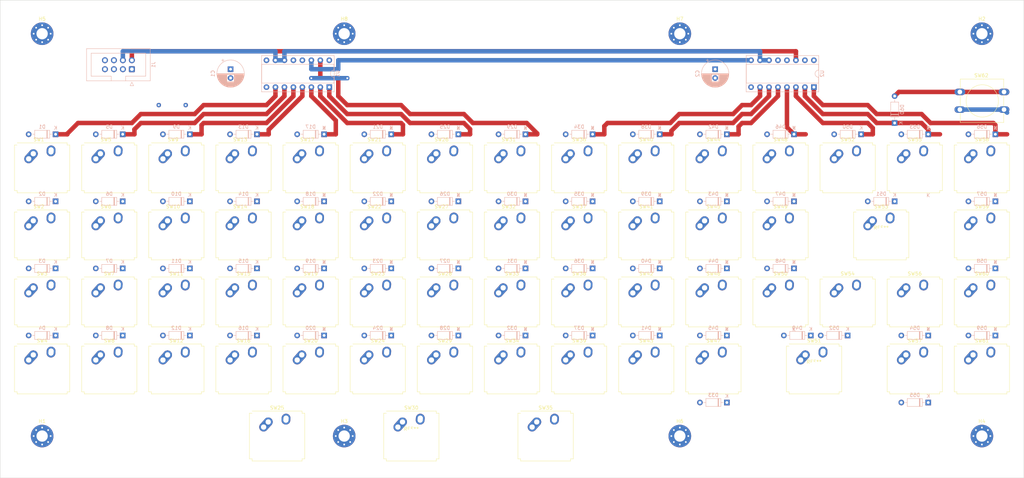
<source format=kicad_pcb>
(kicad_pcb (version 20211014) (generator pcbnew)
  (layers (0 "F.Cu" signal) (31 "B.Cu" signal) (34 "B.Paste" user) (35 "F.Paste" user) (36 "B.SilkS" user "B.Silkscreen") (37 "F.SilkS" user "F.Silkscreen") (38 "B.Mask" user) (39 "F.Mask" user) (44 "Edge.Cuts" user))
  (net 0 "")
  (net 1 "Net-(D1-Pad1)")
  (net 2 "Net-(D1-Pad2)")
  (net 3 "Net-(D2-Pad2)")
  (net 4 "Net-(D3-Pad2)")
  (net 5 "Net-(D4-Pad2)")
  (net 6 "Net-(D5-Pad1)")
  (net 7 "Net-(D5-Pad2)")
  (net 8 "Net-(D6-Pad2)")
  (net 9 "Net-(D7-Pad2)")
  (net 10 "Net-(D8-Pad2)")
  (net 11 "Net-(D10-Pad1)")
  (net 12 "Net-(D9-Pad2)")
  (net 13 "Net-(D10-Pad2)")
  (net 14 "Net-(D11-Pad2)")
  (net 15 "Net-(D12-Pad2)")
  (net 16 "Net-(D13-Pad1)")
  (net 17 "Net-(D13-Pad2)")
  (net 18 "Net-(D14-Pad2)")
  (net 19 "Net-(D15-Pad2)")
  (net 20 "Net-(D16-Pad2)")
  (net 21 "Net-(D17-Pad2)")
  (net 22 "Net-(D18-Pad2)")
  (net 23 "Net-(D19-Pad2)")
  (net 24 "Net-(D20-Pad2)")
  (net 25 "Net-(D21-Pad2)")
  (net 26 "Net-(D22-Pad2)")
  (net 27 "Net-(D23-Pad2)")
  (net 28 "Net-(D24-Pad2)")
  (net 29 "Net-(D25-Pad2)")
  (net 30 "Net-(D26-Pad2)")
  (net 31 "Net-(D27-Pad2)")
  (net 32 "Net-(D28-Pad2)")
  (net 33 "Net-(D29-Pad2)")
  (net 34 "Net-(D30-Pad2)")
  (net 35 "Net-(D31-Pad2)")
  (net 36 "Net-(D32-Pad2)")
  (net 37 "Net-(D33-Pad2)")
  (net 38 "Net-(D34-Pad2)")
  (net 39 "Net-(D35-Pad2)")
  (net 40 "Net-(D36-Pad2)")
  (net 41 "Net-(D37-Pad2)")
  (net 42 "Net-(D38-Pad2)")
  (net 43 "Net-(D39-Pad2)")
  (net 44 "Net-(D40-Pad2)")
  (net 45 "Net-(D41-Pad2)")
  (net 46 "Net-(D42-Pad2)")
  (net 47 "Net-(D43-Pad2)")
  (net 48 "Net-(D44-Pad2)")
  (net 49 "Net-(D45-Pad2)")
  (net 50 "Net-(D46-Pad2)")
  (net 51 "Net-(D47-Pad2)")
  (net 52 "Net-(D48-Pad2)")
  (net 53 "Net-(D49-Pad2)")
  (net 54 "Net-(D50-Pad2)")
  (net 55 "Net-(D51-Pad2)")
  (net 56 "Net-(D52-Pad2)")
  (net 57 "Net-(D53-Pad2)")
  (net 58 "Net-(D54-Pad2)")
  (net 59 "Net-(D55-Pad2)")
  (net 60 "Net-(D56-Pad2)")
  (net 61 "Net-(D58-Pad2)")
  (net 62 "Net-(D59-Pad2)")
  (net 63 "R0")
  (net 64 "R1")
  (net 65 "R2")
  (net 66 "R3")
  (net 67 "GND")
  (net 68 "+3V3")
  (net 69 "Net-(D21-Pad1)")
  (net 70 "Net-(D25-Pad1)")
  (net 71 "Net-(D29-Pad1)")
  (net 72 "Net-(D34-Pad1)")
  (net 73 "Net-(D38-Pad1)")
  (net 74 "Net-(D60-Pad2)")
  (net 75 "Net-(D33-Pad1)")
  (net 76 "Net-(D42-Pad1)")
  (net 77 "Net-(D46-Pad1)")
  (net 78 "Net-(D53-Pad1)")
  (net 79 "Net-(D56-Pad1)")
  (net 80 "Net-(D57-Pad2)")
  (net 81 "Net-(D17-Pad1)")
  (net 82 "Net-(J1-Pad2)")
  (net 85 "Net-(U1-Pad14)")
  (net 86 "Net-(J1-Pad4)")
  (footprint "MountingHole:MountingHole_3.2mm_M3_Pad_Via" (layer "F.Cu") (at 231.175 38.2)
    (fp_text reference "H7")
    (fp_text value "MountingHole_Pad")
  )
  (footprint "Keys:SW_Hybrid_Cherry_MX_Alps_1.00u" (layer "F.Cu") (at 88.675 95.2)
    (fp_text reference "SW10")
    (fp_text value "W")
  )
  (footprint "Keys:SW_Hybrid_Cherry_MX_Alps_1.00u" (layer "F.Cu") (at 316.675 114.2)
    (fp_text reference "SW60")
    (fp_text value "Break")
  )
  (footprint "Keys:SW_Hybrid_Cherry_MX_Alps_1.00u" (layer "F.Cu") (at 316.675 95.2)
    (fp_text reference "SW59")
    (fp_text value "Here Is")
  )
  (footprint "Button_Switch_THT:SW_PUSH-12mm" (layer "F.Cu") (at 310.435 54.7)
    (fp_text reference "SW62")
    (fp_text value "Special")
  )
  (footprint "Keys:SW_Hybrid_Cherry_MX_Alps_1.00u" (layer "F.Cu") (at 297.675 76.2)
    (fp_text reference "SW55")
    (fp_text value "]")
  )
  (footprint "Keys:SW_Hybrid_Cherry_MX_Alps_1.00u" (layer "F.Cu") (at 297.675 133.2)
    (fp_text reference "SW57")
    (fp_text value "Repeat")
  )
  (footprint "Keys:SW_Hybrid_Cherry_MX_Alps_1.00u" (layer "F.Cu") (at 126.675 133.2)
    (fp_text reference "SW20")
    (fp_text value "V")
  )
  (footprint "Keys:SW_Hybrid_Cherry_MX_Alps_1.00u" (layer "F.Cu") (at 316.675 76.2)
    (fp_text reference "SW58")
    (fp_text value "^ ~ Home")
  )
  (footprint "Keys:SW_Hybrid_Cherry_MX_Alps_1.00u" (layer "F.Cu") (at 259.675 114.2)
    (fp_text reference "SW50")
    (fp_text value "@")
  )
  (footprint "Keys:SW_Hybrid_Cherry_MX_Alps_1.00u" (layer "F.Cu") (at 107.675 114.2)
    (fp_text reference "SW15")
    (fp_text value "D")
  )
  (footprint "Keys:SW_Hybrid_Cherry_MX_Alps_1.00u" (layer "F.Cu") (at 183.675 76.2)
    (fp_text reference "SW31")
    (fp_text value "8")
  )
  (footprint "Keys:SW_Hybrid_Cherry_MX_Alps_1.00u" (layer "F.Cu") (at 259.675 76.2)
    (fp_text reference "SW48")
    (fp_text value "- =")
  )
  (footprint "Keys:SW_Hybrid_Cherry_MX_Alps_1.00u" (layer "F.Cu") (at 69.675 95.2)
    (fp_text reference "SW6")
    (fp_text value "Q")
  )
  (footprint "Keys:SW_Hybrid_Cherry_MX_Alps_1.00u" (layer "F.Cu") (at 126.675 114.2)
    (fp_text reference "SW19")
    (fp_text value "F")
  )
  (footprint "Keys:SW_Hybrid_Cherry_MX_Alps_1.00u" (layer "F.Cu") (at 145.675 95.2)
    (fp_text reference "SW22")
    (fp_text value "T")
  )
  (footprint "MountingHole:MountingHole_3.2mm_M3_Pad_Via" (layer "F.Cu") (at 231.175 152.2)
    (fp_text reference "H6")
    (fp_text value "MountingHole_Pad")
  )
  (footprint "Keys:SW_Hybrid_Cherry_MX_Alps_1.00u" (layer "F.Cu") (at 221.675 95.2)
    (fp_text reference "SW41")
    (fp_text value "O")
  )
  (footprint "KeysStable:Stabilizer_Cherry_MX_2.00u" (layer "F.Cu") (at 288.175 95.2)
    (fp_text reference "REF**")
    (fp_text value "Stabilizer_Cherry_MX_2.00u")
  )
  (footprint "Keys:SW_Hybrid_Cherry_MX_Alps_1.00u" (layer "F.Cu") (at 221.675 114.2)
    (fp_text reference "SW42")
    (fp_text value "L")
  )
  (footprint "Keys:SW_Hybrid_Cherry_MX_Alps_1.00u" (layer "F.Cu") (at 297.675 114.2)
    (fp_text reference "SW56")
    (fp_text value "_ Rub")
  )
  (footprint "Keys:SW_Hybrid_Cherry_MX_Alps_1.00u" (layer "F.Cu") (at 126.675 76.2)
    (fp_text reference "SW17")
    (fp_text value "5")
  )
  (footprint "Keys:SW_Hybrid_Cherry_MX_Alps_1.00u" (layer "F.Cu") (at 240.675 114.2)
    (fp_text reference "SW46")
    (fp_text value ";")
  )
  (footprint "Keys:SW_Hybrid_Cherry_MX_Alps_1.00u" (layer "F.Cu") (at 88.675 76.2)
    (fp_text reference "SW9")
    (fp_text value "3")
  )
  (footprint "Keys:SW_Hybrid_Cherry_MX_Alps_1.00u" (layer "F.Cu") (at 278.675 76.2)
    (fp_text reference "SW52")
    (fp_text value "[")
  )
  (footprint "Keys:SW_Hybrid_Cherry_MX_Alps_1.00u" (layer "F.Cu") (at 88.675 114.2)
    (fp_text reference "SW11")
    (fp_text value "S")
  )
  (footprint "MountingHole:MountingHole_3.2mm_M3_Pad_Via" (layer "F.Cu") (at 50.675 38.2)
    (fp_text reference "H5")
    (fp_text value "MountingHole_Pad")
  )
  (footprint "Keys:SW_Hybrid_Cherry_MX_Alps_1.00u" (layer "F.Cu") (at 202.675 114.2)
    (fp_text reference "SW38")
    (fp_text value "K")
  )
  (footprint "Keys:SW_Hybrid_Cherry_MX_Alps_1.00u" (layer "F.Cu") (at 164.675 76.2)
    (fp_text reference "SW26")
    (fp_text value "7")
  )
  (footprint "Keys:SW_Hybrid_Cherry_MX_Alps_1.00u" (layer "F.Cu") (at 145.675 133.2)
    (fp_text reference "SW24")
    (fp_text value "B")
  )
  (footprint "Keys:SW_Hybrid_Cherry_MX_Alps_2.00u" (layer "F.Cu") (at 155.175 152.2)
    (fp_text reference "SW30")
    (fp_text value "Space")
  )
  (footprint "Keys:SW_Hybrid_Cherry_MX_Alps_1.00u" (layer "F.Cu") (at 259.675 95.2)
    (fp_text reference "SW49")
    (fp_text value "LineFeed")
  )
  (footprint "Keys:SW_Hybrid_Cherry_MX_Alps_1.00u" (layer "F.Cu") (at 88.675 133.2)
    (fp_text reference "SW12")
    (fp_text value "X")
  )
  (footprint "Keys:SW_Hybrid_Cherry_MX_Alps_1.00u" (layer "F.Cu") (at 107.675 95.2)
    (fp_text reference "SW14")
    (fp_text value "E")
  )
  (footprint "MountingHole:MountingHole_3.2mm_M3_Pad_Via" (layer "F.Cu") (at 316.675 152.2)
    (fp_text reference "H4")
    (fp_text value "MountingHole_Pad")
  )
  (footprint "Keys:SW_Hybrid_Cherry_MX_Alps_1.00u" (layer "F.Cu") (at 202.675 133.2)
    (fp_text reference "SW39")
    (fp_text value ",")
  )
  (footprint "MountingHole:MountingHole_3.2mm_M3_Pad_Via" (layer "F.Cu") (at 136.175 152.2)
    (fp_text reference "H3")
    (fp_text value "MountingHole_Pad")
  )
  (footprint "Keys:SW_Hybrid_Cherry_MX_Alps_1.00u" (layer "F.Cu") (at 50.675 76.2)
    (fp_text reference "SW1")
    (fp_text value "1")
  )
  (footprint "MountingHole:MountingHole_3.2mm_M3_Pad_Via" (layer "F.Cu") (at 316.675 38.2)
    (fp_text reference "H2")
    (fp_text value "MountingHole_Pad")
  )
  (footprint "Keys:SW_Hybrid_Cherry_MX_Alps_2.00u" (layer "F.Cu") (at 269.175 133.2)
    (fp_text reference "SW51")
    (fp_text value "ShiftR")
  )
  (footprint "Keys:SW_Hybrid_Cherry_MX_Alps_1.00u" (layer "F.Cu") (at 126.675 95.2)
    (fp_text reference "SW18")
    (fp_text value "R")
  )
  (footprint "Keys:SW_Hybrid_Cherry_MX_Alps_1.00u" (layer "F.Cu") (at 69.675 133.2)
    (fp_text reference "SW8")
    (fp_text value "Z")
  )
  (footprint "Keys:SW_Hybrid_Cherry_MX_Alps_1.00u" (layer "F.Cu") (at 316.675 133.2)
    (fp_text reference "SW61")
    (fp_text value "Clear")
  )
  (footprint "Keys:SW_Hybrid_Cherry_MX_Alps_1.00u" (layer "F.Cu") (at 221.675 133.2)
    (fp_text reference "SW43")
    (fp_text value ".")
  )
  (footprint "KeysStable:Stabilizer_Cherry_MX_2.00u" (layer "F.Cu") (at 269.175 133.2)
    (fp_text reference "REF**")
    (fp_text value "Stabilizer_Cherry_MX_2.00u")
  )
  (footprint "Keys:SW_Hybrid_Cherry_MX_Alps_1.00u" (layer "F.Cu") (at 202.675 95.2)
    (fp_text reference "SW37")
    (fp_text value "I")
  )
  (footprint "Keys:SW_Hybrid_Cherry_MX_Alps_1.00u" (layer "F.Cu") (at 50.675 133.2)
    (fp_text reference "SW4")
    (fp_text value "ShiftL")
  )
  (footprint "Keys:SW_Hybrid_Cherry_MX_Alps_2.00u" (layer "F.Cu") (at 117.175 152.2)
    (fp_text reference "SW25")
    (fp_text value "Space")
  )
  (footprint "Keys:SW_Hybrid_Cherry_MX_Alps_1.00u" (layer "F.Cu") (at 240.675 133.2)
    (fp_text reference "SW47")
    (fp_text value "/")
  )
  (footprint "MountingHole:MountingHole_3.2mm_M3_Pad_Via" (layer "F.Cu") (at 136.175 38.2)
    (fp_text reference "H8")
    (fp_text value "MountingHole_Pad")
  )
  (footprint "Keys:SW_Hybrid_Cherry_MX_Alps_1.00u" (layer "F.Cu") (at 164.675 95.2)
    (fp_text reference "SW27")
    (fp_text value "Y")
  )
  (footprint "Keys:SW_Hybrid_Cherry_MX_Alps_1.00u" (layer "F.Cu") (at 69.675 76.2)
    (fp_text reference "SW5")
    (fp_text value "2")
  )
  (footprint "KeysStable:Stabilizer_Cherry_MX_6.25u" (layer "F.Cu") (at 155.175 152.2)
    (fp_text reference "REF**")
    (fp_text value "Stabilizer_Cherry_MX_6.25u")
  )
  (footprint "Keys:SW_Hybrid_Cherry_MX_Alps_1.00u" (layer "F.Cu") (at 183.675 95.2)
    (fp_text reference "SW32")
    (fp_text value "U")
  )
  (footprint "Keys:SW_Hybrid_Cherry_MX_Alps_1.00u" (layer "F.Cu") (at 50.675 114.2)
    (fp_text reference "SW3")
    (fp_text value "Ctrl")
  )
  (footprint "MountingHole:MountingHole_3.2mm_M3_Pad_Via" (layer "F.Cu") (at 50.675 152.2)
    (fp_text reference "H1")
    (fp_text value "MountingHole_Pad")
  )
  (footprint "Keys:SW_Hybrid_Cherry_MX_Alps_1.00u" (layer "F.Cu") (at 221.675 76.2)
    (fp_text reference "SW40")
    (fp_text value "0")
  )
  (footprint "Keys:SW_Hybrid_Cherry_MX_Alps_1.00u" (layer "F.Cu") (at 69.675 114.2)
    (fp_text reference "SW7")
    (fp_text value "A")
  )
  (footprint "Keys:SW_Hybrid_Cherry_MX_Alps_2.00u" (layer "F.Cu") (at 193.175 152.2)
    (fp_text reference "SW35")
    (fp_text value "Space")
  )
  (footprint "Keys:SW_Hybrid_Cherry_MX_Alps_1.00u" (layer "F.Cu") (at 145.675 114.2)
    (fp_text reference "SW23")
    (fp_text value "G")
  )
  (footprint "Keys:SW_Hybrid_Cherry_MX_Alps_1.00u" (layer "F.Cu") (at 240.675 76.2)
    (fp_text reference "SW44")
    (fp_text value ":")
  )
  (footprint "Keys:SW_Hybrid_Cherry_MX_Alps_1.00u" (layer "F.Cu") (at 50.675 95.2)
    (fp_text reference "SW2")
    (fp_text value "Esc")
  )
  (footprint "Keys:SW_Hybrid_Cherry_MX_Alps_1.00u" (layer "F.Cu") (at 202.675 76.2)
    (fp_text reference "SW36")
    (fp_text value "9")
  )
  (footprint "Keys:SW_Hybrid_Cherry_MX_Alps_1.00u" (layer "F.Cu") (at 145.675 76.2)
    (fp_text reference "SW21")
    (fp_text value "6")
  )
  (footprint "Keys:SW_Hybrid_Cherry_MX_Alps_1.00u" (layer "F.Cu") (at 164.675 133.2)
    (fp_text reference "SW29")
    (fp_text value "N")
  )
  (footprint "Keys:SW_Hybrid_Cherry_MX_Alps_1.00u" (layer "F.Cu") (at 107.675 133.2)
    (fp_text reference "SW16")
    (fp_text value "C")
  )
  (footprint "Keys:SW_Hybrid_Cherry_MX_Alps_2.00u" (layer "F.Cu") (at 288.175 95.2)
    (fp_text reference "SW53")
    (fp_text value "Enter")
  )
  (footprint "Keys:SW_Hybrid_Cherry_MX_Alps_1.00u" (layer "F.Cu") (at 183.675 114.2)
    (fp_text reference "SW33")
    (fp_text value "J")
  )
  (footprint "Keys:SW_Hybrid_Cherry_MX_Alps_1.00u" (layer "F.Cu") (at 240.675 95.2)
    (fp_text reference "SW45")
    (fp_text value "P")
  )
  (footprint "Keys:SW_Hybrid_Cherry_MX_Alps_1.00u" (layer "F.Cu") (at 278.675 114.2)
    (fp_text reference "SW54")
    (fp_text value "\\")
  )
  (footprint "Keys:SW_Hybrid_Cherry_MX_Alps_1.00u" (layer "F.Cu") (at 107.675 76.2)
    (fp_text reference "SW13")
    (fp_text value "4")
  )
  (footprint "Keys:SW_Hybrid_Cherry_MX_Alps_1.00u" (layer "F.Cu") (at 183.675 133.2)
    (fp_text reference "SW34")
    (fp_text value "M")
  )
  (footprint "Keys:SW_Hybrid_Cherry_MX_Alps_1.00u" (layer "F.Cu") (at 164.675 114.2)
    (fp_text reference "SW28")
    (fp_text value "H")
  )
  (footprint "Diode_THT:D_DO-35_SOD27_P7.62mm_Horizontal" (layer "B.Cu") (at 111.485 66.7 180)
    (fp_text reference "D13")
    (fp_text value "1N4148")
  )
  (footprint "Diode_THT:D_DO-35_SOD27_P7.62mm_Horizontal" (layer "B.Cu") (at 244.485 104.7 180)
    (fp_text reference "D44")
    (fp_text value "1N4148")
  )
  (footprint "Diode_THT:D_DO-35_SOD27_P7.62mm_Horizontal" (layer "B.Cu") (at 206.485 85.7 180)
    (fp_text reference "D35")
    (fp_text value "1N4148")
  )
  (footprint "Diode_THT:D_DO-35_SOD27_P7.62mm_Horizontal" (layer "B.Cu") (at 130.485 104.7 180)
    (fp_text reference "D19")
    (fp_text value "1N4148")
  )
  (footprint "Diode_THT:D_DO-35_SOD27_P7.62mm_Horizontal" (layer "B.Cu") (at 73.485 104.7 180)
    (fp_text reference "D7")
    (fp_text value "1N4148")
  )
  (footprint "Diode_THT:D_DO-35_SOD27_P7.62mm_Horizontal" (layer "B.Cu") (at 291.985 85.7 180)
    (fp_text reference "D51")
    (fp_text value "1N4148")
  )
  (footprint "Diode_THT:D_DO-35_SOD27_P7.62mm_Horizontal" (layer "B.Cu") (at 187.485 85.7 180)
    (fp_text reference "D30")
    (fp_text value "1N4148")
  )
  (footprint "Diode_THT:D_DO-35_SOD27_P7.62mm_Horizontal" (layer "B.Cu") (at 301.485 123.7 180)
    (fp_text reference "D54")
    (fp_text value "1N4148")
  )
  (footprint "Diode_THT:D_DO-35_SOD27_P7.62mm_Horizontal" (layer "B.Cu") (at 168.485 104.7 180)
    (fp_text reference "D27")
    (fp_text value "1N4148")
  )
  (footprint "Diode_THT:D_DO-35_SOD27_P7.62mm_Horizontal" (layer "B.Cu") (at 320.485 85.7 180)
    (fp_text reference "D57")
    (fp_text value "1N4148")
  )
  (footprint "Diode_THT:D_DO-35_SOD27_P7.62mm_Horizontal" (layer "B.Cu") (at 244.485 66.7 180)
    (fp_text reference "D42")
    (fp_text value "1N4148")
  )
  (footprint "Diode_THT:D_DO-35_SOD27_P7.62mm_Horizontal" (layer "B.Cu") (at 244.485 85.7 180)
    (fp_text reference "D43")
    (fp_text value "1N4148")
  )
  (footprint "Diode_THT:D_DO-35_SOD27_P7.62mm_Horizontal" (layer "B.Cu") (at 168.485 66.7 180)
    (fp_text reference "D25")
    (fp_text value "1N4148")
  )
  (footprint "Diode_THT:D_DO-35_SOD27_P7.62mm_Horizontal" (layer "B.Cu") (at 111.485 123.7 180)
    (fp_text reference "D16")
    (fp_text value "1N4148")
  )
  (footprint "Diode_THT:D_DO-35_SOD27_P7.62mm_Horizontal" (layer "B.Cu") (at 73.485 66.7 180)
    (fp_text reference "D5")
    (fp_text value "1N4148")
  )
  (footprint "Diode_THT:D_DO-35_SOD27_P7.62mm_Horizontal" (layer "B.Cu") (at 301.485 142.7 180)
    (fp_text reference "D55")
    (fp_text value "1N4148")
  )
  (footprint "Diode_THT:D_DO-35_SOD27_P7.62mm_Horizontal" (layer "B.Cu") (at 168.485 123.7 180)
    (fp_text reference "D28")
    (fp_text value "1N4148")
  )
  (footprint "Diode_THT:D_DO-35_SOD27_P7.62mm_Horizontal" (layer "B.Cu") (at 225.485 66.7 180)
    (fp_text reference "D38")
    (fp_text value "1N4148")
  )
  (footprint "Diode_THT:D_DO-35_SOD27_P7.62mm_Horizontal" (layer "B.Cu") (at 320.485 123.7 180)
    (fp_text reference "D59")
    (fp_text value "1N4148")
  )
  (footprint "Diode_THT:D_DO-35_SOD27_P7.62mm_Horizontal" (layer "B.Cu") (at 92.485 104.7 180)
    (fp_text reference "D11")
    (fp_text value "1N4148")
  )
  (footprint "Diode_THT:D_DO-35_SOD27_P7.62mm_Horizontal" (layer "B.Cu") (at 291.975 63.5 90)
    (fp_text reference "D60")
    (fp_text value "1N4148")
  )
  (footprint "Capacitor_THT:CP_Radial_D7.5mm_P2.50mm" (layer "B.Cu") (at 104.015 48.26 -90)
    (fp_text reference "C1")
    (fp_text value "C_Polarized")
  )
  (footprint "Diode_THT:D_DO-35_SOD27_P7.62mm_Horizontal" (layer "B.Cu") (at 168.485 85.7 180)
    (fp_text reference "D26")
    (fp_text value "1N4148")
  )
  (footprint "Diode_THT:D_DO-35_SOD27_P7.62mm_Horizontal" (layer "B.Cu") (at 149.485 104.7 180)
    (fp_text reference "D23")
    (fp_text value "1N4148")
  )
  (footprint "Diode_THT:D_DO-35_SOD27_P7.62mm_Horizontal" (layer "B.Cu") (at 187.485 104.7 180)
    (fp_text reference "D31")
    (fp_text value "1N4148")
  )
  (footprint "Diode_THT:D_DO-35_SOD27_P7.62mm_Horizontal" (layer "B.Cu") (at 111.485 104.7 180)
    (fp_text reference "D15")
    (fp_text value "1N4148")
  )
  (footprint "Diode_THT:D_DO-35_SOD27_P7.62mm_Horizontal" (layer "B.Cu") (at 130.485 66.7 180)
    (fp_text reference "D17")
    (fp_text value "1N4148")
  )
  (footprint "Diode_THT:D_DO-35_SOD27_P7.62mm_Horizontal" (layer "B.Cu") (at 54.485 123.7 180)
    (fp_text reference "D4")
    (fp_text value "1N4148")
  )
  (footprint "Diode_THT:D_DO-35_SOD27_P7.62mm_Horizontal" (layer "B.Cu") (at 263.485 104.7 180)
    (fp_text reference "D48")
    (fp_text value "1N4148")
  )
  (footprint "Diode_THT:D_DO-35_SOD27_P7.62mm_Horizontal" (layer "B.Cu") (at 187.485 66.7 180)
    (fp_text reference "D29")
    (fp_text value "1N4148")
  )
  (footprint "Diode_THT:D_DO-35_SOD27_P7.62mm_Horizontal" (layer "B.Cu") (at 320.485 104.7 180)
    (fp_text reference "D58")
    (fp_text value "1N4148")
  )
  (footprint "Diode_THT:D_DO-35_SOD27_P7.62mm_Horizontal" (layer "B.Cu") (at 282.485 66.7 180)
    (fp_text reference "D50")
    (fp_text value "1N4148")
  )
  (footprint "Diode_THT:D_DO-35_SOD27_P7.62mm_Horizontal" (layer "B.Cu") (at 73.485 85.7 180)
    (fp_text reference "D6")
    (fp_text value "1N4148")
  )
  (footprint "Diode_THT:D_DO-35_SOD27_P7.62mm_Horizontal" (layer "B.Cu") (at 54.485 85.7 180)
    (fp_text reference "D2")
    (fp_text value "1N4148")
  )
  (footprint "Diode_THT:D_DO-35_SOD27_P7.62mm_Horizontal" (layer "B.Cu") (at 149.485 66.7 180)
    (fp_text reference "D21")
    (fp_text value "1N4148")
  )
  (footprint "Diode_THT:D_DO-35_SOD27_P7.62mm_Horizontal" (layer "B.Cu") (at 149.485 85.7 180)
    (fp_text reference "D22")
    (fp_text value "1N4148")
  )
  (footprint "Diode_THT:D_DO-35_SOD27_P7.62mm_Horizontal" (layer "B.Cu") (at 130.485 123.7 180)
    (fp_text reference "D20")
    (fp_text value "1N4148")
  )
  (footprint "Diode_THT:D_DO-35_SOD27_P7.62mm_Horizontal" (layer "B.Cu") (at 206.485 104.7 180)
    (fp_text reference "D36")
    (fp_text value "1N4148")
  )
  (footprint "Diode_THT:D_DO-35_SOD27_P7.62mm_Horizontal" (layer "B.Cu") (at 263.485 85.7 180)
    (fp_text reference "D47")
    (fp_text value "1N4148")
  )
  (footprint "Diode_THT:D_DO-35_SOD27_P7.62mm_Horizontal" (layer "B.Cu") (at 225.485 85.7 180)
    (fp_text reference "D39")
    (fp_text value "1N4148")
  )
  (footprint "Diode_THT:D_DO-35_SOD27_P7.62mm_Horizontal" (layer "B.Cu") (at 206.485 66.7 180)
    (fp_text reference "D34")
    (fp_text value "1N4148")
  )
  (footprint "Package_DIP:DIP-16_W7.62mm_Socket" (layer "B.Cu") (at 269.115 53.34 90)
    (fp_text reference "U2")
    (fp_text value "74LS595")
  )
  (footprint "Diode_THT:D_DO-35_SOD27_P7.62mm_Horizontal" (layer "B.Cu") (at 54.485 104.7 180)
    (fp_text reference "D3")
    (fp_text value "1N4148")
  )
  (footprint "Package_DIP:DIP-16_W7.62mm_Socket" (layer "B.Cu") (at 131.955 53.34 90)
    (fp_text reference "U1")
    (fp_text value "74LS595")
  )
  (footprint "Diode_THT:D_DO-35_SOD27_P7.62mm_Horizontal" (layer "B.Cu") (at 301.485 66.7 180)
    (fp_text reference "D53")
    (fp_text value "1N4148")
  )
  (footprint "Diode_THT:D_DO-35_SOD27_P7.62mm_Horizontal" (layer "B.Cu") (at 225.485 104.7 180)
    (fp_text reference "D40")
    (fp_text value "1N4148")
  )
  (footprint "Diode_THT:D_DO-35_SOD27_P7.62mm_Horizontal" (layer "B.Cu") (at 54.485 66.7 180)
    (fp_text reference "D1")
    (fp_text value "1N4148")
  )
  (footprint "Diode_THT:D_DO-35_SOD27_P7.62mm_Horizontal" (layer "B.Cu") (at 320.485 66.7 180)
    (fp_text reference "D56")
    (fp_text value "1N4148")
  )
  (footprint "Diode_THT:D_DO-35_SOD27_P7.62mm_Horizontal" (layer "B.Cu") (at 225.485 123.7 180)
    (fp_text reference "D41")
    (fp_text value "1N4148")
  )
  (footprint "Diode_THT:D_DO-35_SOD27_P7.62mm_Horizontal" (layer "B.Cu") (at 244.485 123.7 180)
    (fp_text reference "D45")
    (fp_text value "1N4148")
  )
  (footprint "Capacitor_THT:CP_Radial_D7.5mm_P2.50mm" (layer "B.Cu") (at 241.175 48.26 -90)
    (fp_text reference "C2")
    (fp_text value "C_Polarized")
  )
  (footprint "Diode_THT:D_DO-35_SOD27_P7.62mm_Horizontal" (layer "B.Cu") (at 206.485 123.7 180)
    (fp_text reference "D37")
    (fp_text value "1N4148")
  )
  (footprint "Diode_THT:D_DO-35_SOD27_P7.62mm_Horizontal" (layer "B.Cu") (at 92.485 66.7 180)
    (fp_text reference "D9")
    (fp_text value "1N4148")
  )
  (footprint "Diode_THT:D_DO-35_SOD27_P7.62mm_Horizontal" (layer "B.Cu") (at 268.235 123.7 180)
    (fp_text reference "D49")
    (fp_text value "1N4148")
  )
  (footprint "Connector_IDC:IDC-Header_2x04_P2.54mm_Vertical" (layer "B.Cu") (at 76.075 48.26 90)
    (fp_text reference "J1")
    (fp_text value "Conn_02x04_Odd_Even")
  )
  (footprint "Diode_THT:D_DO-35_SOD27_P7.62mm_Horizontal" (layer "B.Cu") (at 263.485 66.7 180)
    (fp_text reference "D46")
    (fp_text value "1N4148")
  )
  (footprint "Diode_THT:D_DO-35_SOD27_P7.62mm_Horizontal" (layer "B.Cu") (at 130.485 85.7 180)
    (fp_text reference "D18")
    (fp_text value "1N4148")
  )
  (footprint "Diode_THT:D_DO-35_SOD27_P7.62mm_Horizontal" (layer "B.Cu") (at 73.485 123.7 180)
    (fp_text reference "D8")
    (fp_text value "1N4148")
  )
  (footprint "Diode_THT:D_DO-35_SOD27_P7.62mm_Horizontal" (layer "B.Cu") (at 278.675 123.7 180)
    (fp_text reference "D52")
    (fp_text value "1N4148")
  )
  (footprint "Diode_THT:D_DO-35_SOD27_P7.62mm_Horizontal" (layer "B.Cu") (at 149.485 123.7 180)
    (fp_text reference "D24")
    (fp_text value "1N4148")
  )
  (footprint "Diode_THT:D_DO-35_SOD27_P7.62mm_Horizontal" (layer "B.Cu") (at 111.485 85.7 180)
    (fp_text reference "D14")
    (fp_text value "1N4148")
  )
  (footprint "Diode_THT:D_DO-35_SOD27_P7.62mm_Horizontal" (layer "B.Cu") (at 187.485 123.7 180)
    (fp_text reference "D32")
    (fp_text value "1N4148")
  )
  (footprint "Diode_THT:D_DO-35_SOD27_P7.62mm_Horizontal" (layer "B.Cu") (at 244.485 142.7 180)
    (fp_text reference "D33")
    (fp_text value "1N4148")
  )
  (footprint "Diode_THT:D_DO-35_SOD27_P7.62mm_Horizontal" (layer "B.Cu") (at 92.485 85.7 180)
    (fp_text reference "D10")
    (fp_text value "1N4148")
  )
  (footprint "Diode_THT:D_DO-35_SOD27_P7.62mm_Horizontal" (layer "B.Cu") (at 92.485 123.7 180)
    (fp_text reference "D12")
    (fp_text value "1N4148")
  )
  (gr_line (start 38.8 164.075) (end 328.55 164.075) (layer "Edge.Cuts") (width 0.1))
  (gr_line (start 328.55 28.7) (end 38.8 28.7) (layer "Edge.Cuts") (width 0.1))
  (gr_line (start 328.55 164.075) (end 328.55 28.7) (layer "Edge.Cuts") (width 0.1))
  (gr_line (start 38.8 28.7) (end 38.8 164.075) (layer "Edge.Cuts") (width 0.1))
  (gr_text "K" (at 301.485 64.9 -180) (layer "B.SilkS") (effects (font (size 1 1)) (justify mirror)))
  (gr_text "K" (at 206.485 121.9 -180) (layer "B.SilkS") (effects (font (size 1 1)) (justify mirror)))
  (gr_text "K" (at 225.485 83.9 -180) (layer "B.SilkS") (effects (font (size 1 1)) (justify mirror)))
  (gr_text "K" (at 187.485 64.9 -180) (layer "B.SilkS") (effects (font (size 1 1)) (justify mirror)))
  (gr_text "K" (at 206.485 83.9 -180) (layer "B.SilkS") (effects (font (size 1 1)) (justify mirror)))
  (gr_text "K" (at 320.485 83.9 -180) (layer "B.SilkS") (effects (font (size 1 1)) (justify mirror)))
  (gr_text "K" (at 149.485 121.9 -180) (layer "B.SilkS") (effects (font (size 1 1)) (justify mirror)))
  (gr_text "K" (at 320.485 64.9 -180) (layer "B.SilkS") (effects (font (size 1 1)) (justify mirror)))
  (gr_text "K" (at 168.485 83.9 -180) (layer "B.SilkS") (effects (font (size 1 1)) (justify mirror)))
  (gr_text "K" (at 244.485 83.9 -180) (layer "B.SilkS") (effects (font (size 1 1)) (justify mirror)))
  (gr_text "K" (at 244.485 121.9 -180) (layer "B.SilkS") (effects (font (size 1 1)) (justify mirror)))
  (gr_text "K" (at 263.485 83.9 -180) (layer "B.SilkS") (effects (font (size 1 1)) (justify mirror)))
  (gr_text "K" (at 225.485 121.9 -180) (layer "B.SilkS") (effects (font (size 1 1)) (justify mirror)))
  (gr_text "K" (at 187.485 121.9 -180) (layer "B.SilkS") (effects (font (size 1 1)) (justify mirror)))
  (gr_text "K" (at 187.485 102.9 -180) (layer "B.SilkS") (effects (font (size 1 1)) (justify mirror)))
  (gr_text "K" (at 149.485 83.9 -180) (layer "B.SilkS") (effects (font (size 1 1)) (justify mirror)))
  (gr_text "K" (at 320.485 102.9 -180) (layer "B.SilkS") (effects (font (size 1 1)) (justify mirror)))
  (gr_text "K" (at 301.485 102.9 -180) (layer "B.SilkS") (effects (font (size 1 1)) (justify mirror)))
  (gr_text "K" (at 187.485 83.9 -180) (layer "B.SilkS") (effects (font (size 1 1)) (justify mirror)))
  (gr_text "K" (at 244.485 64.9 -180) (layer "B.SilkS") (effects (font (size 1 1)) (justify mirror)))
  (gr_text "K" (at 130.485 121.9 -180) (layer "B.SilkS") (effects (font (size 1 1)) (justify mirror)))
  (gr_text "K" (at 301.485 83.9 -180) (layer "B.SilkS") (effects (font (size 1 1)) (justify mirror)))
  (gr_text "K" (at 263.485 64.9 -180) (layer "B.SilkS") (effects (font (size 1 1)) (justify mirror)))
  (gr_text "K" (at 244.485 102.9 -180) (layer "B.SilkS") (effects (font (size 1 1)) (justify mirror)))
  (gr_text "K" (at 130.485 83.9 -180) (layer "B.SilkS") (effects (font (size 1 1)) (justify mirror)))
  (gr_text "K" (at 225.485 102.9 -180) (layer "B.SilkS") (effects (font (size 1 1)) (justify mirror)))
  (gr_text "K" (at 149.485 102.9 -180) (layer "B.SilkS") (effects (font (size 1 1)) (justify mirror)))
  (gr_text "K" (at 320.485 121.9 -180) (layer "B.SilkS") (effects (font (size 1 1)) (justify mirror)))
  (gr_text "K" (at 130.485 64.9 -180) (layer "B.SilkS") (effects (font (size 1 1)) (justify mirror)))
  (gr_text "K" (at 168.485 64.9 -180) (layer "B.SilkS") (effects (font (size 1 1)) (justify mirror)))
  (gr_text "K" (at 263.485 102.9 -180) (layer "B.SilkS") (effects (font (size 1 1)) (justify mirror)))
  (gr_text "K" (at 149.485 64.9 -180) (layer "B.SilkS") (effects (font (size 1 1)) (justify mirror)))
  (gr_text "K" (at 130.485 102.9 -180) (layer "B.SilkS") (effects (font (size 1 1)) (justify mirror)))
  (gr_text "K" (at 225.485 64.9 -180) (layer "B.SilkS") (effects (font (size 1 1)) (justify mirror)))
  (gr_text "K" (at 206.485 64.9 -180) (layer "B.SilkS") (effects (font (size 1 1)) (justify mirror)))
  (gr_text "K" (at 263.485 121.9 -180) (layer "B.SilkS") (effects (font (size 1 1)) (justify mirror)))
  (gr_text "K" (at 301.485 121.9 -180) (layer "B.SilkS") (effects (font (size 1 1)) (justify mirror)))
  (gr_text "K" (at 206.485 102.9 -180) (layer "B.SilkS") (effects (font (size 1 1)) (justify mirror)))
  (gr_text "K" (at 168.485 102.9 -180) (layer "B.SilkS") (effects (font (size 1 1)) (justify mirror)))
  (gr_text "K" (at 168.485 121.9 -180) (layer "B.SilkS") (effects (font (size 1 1)) (justify mirror)))
  (segment (start 57.8 66.7) (end 57.8 66.535) (width 1.27) (layer "F.Cu") (net 1))
  (segment (start 116.715 55.88) (end 116.715 53.34) (width 1.27) (layer "F.Cu") (net 1))
  (segment (start 96.395 58.42) (end 114.175 58.42) (width 1.27) (layer "F.Cu") (net 1))
  (segment (start 57.8 66.7) (end 54.485 66.7) (width 1.27) (layer "F.Cu") (net 1))
  (segment (start 78.615 60.96) (end 93.855 60.96) (width 1.27) (layer "F.Cu") (net 1))
  (segment (start 76.075 63.5) (end 78.615 60.96) (width 1.27) (layer "F.Cu") (net 1))
  (segment (start 114.175 58.42) (end 116.715 55.88) (width 1.27) (layer "F.Cu") (net 1))
  (segment (start 60.835 63.5) (end 76.075 63.5) (width 1.27) (layer "F.Cu") (net 1))
  (segment (start 57.8 66.535) (end 60.835 63.5) (width 1.27) (layer "F.Cu") (net 1))
  (segment (start 93.855 60.96) (end 96.395 58.42) (width 1.27) (layer "F.Cu") (net 1))
  (segment (start 114.175 60.96) (end 96.395 60.96) (width 1.27) (layer "F.Cu") (net 6))
  (segment (start 93.855 63.5) (end 78.615 63.5) (width 1.27) (layer "F.Cu") (net 6))
  (segment (start 119.255 55.88) (end 114.175 60.96) (width 1.27) (layer "F.Cu") (net 6))
  (segment (start 76.8 66.7) (end 73.485 66.7) (width 1.27) (layer "F.Cu") (net 6))
  (segment (start 119.255 53.34) (end 119.255 55.88) (width 1.27) (layer "F.Cu") (net 6))
  (segment (start 76.8 65.315) (end 76.8 66.7) (width 1.27) (layer "F.Cu") (net 6))
  (segment (start 96.395 60.96) (end 93.855 63.5) (width 1.27) (layer "F.Cu") (net 6))
  (segment (start 78.615 63.5) (end 76.8 65.315) (width 1.27) (layer "F.Cu") (net 6))
  (segment (start 95.8 66.7) (end 95.8 64.095) (width 1.27) (layer "F.Cu") (net 11))
  (segment (start 95.8 66.7) (end 92.485 66.7) (width 1.27) (layer "F.Cu") (net 11))
  (segment (start 121.795 55.88) (end 121.795 53.34) (width 1.27) (layer "F.Cu") (net 11))
  (segment (start 96.395 63.5) (end 114.175 63.5) (width 1.27) (layer "F.Cu") (net 11))
  (segment (start 95.8 64.095) (end 96.395 63.5) (width 1.27) (layer "F.Cu") (net 11))
  (segment (start 114.175 63.5) (end 121.795 55.88) (width 1.27) (layer "F.Cu") (net 11))
  (segment (start 124.335 55.88) (end 114.8 65.415) (width 1.27) (layer "F.Cu") (net 16))
  (segment (start 111.485 66.7) (end 114.8 66.7) (width 1.27) (layer "F.Cu") (net 16))
  (segment (start 114.8 65.415) (end 114.8 66.7) (width 1.27) (layer "F.Cu") (net 16))
  (segment (start 124.335 55.88) (end 124.335 53.34) (width 1.27) (layer "F.Cu") (net 16))
  (segment (start 310.435 59.7) (end 322.935 59.7) (width 1.27) (layer "B.Cu") (net 64))
  (segment (start 323.8 60.565) (end 322.935 59.7) (width 1.27) (layer "B.Cu") (net 64))
  (via (at 83.695 58.42) (size 1.27) (drill 0.5) (layers "F.Cu" "B.Cu") (net 67))
  (via (at 91.315 58.42) (size 1.27) (drill 0.5) (layers "F.Cu" "B.Cu") (net 67))
  (via (at 137.035 50.8) (size 1.27) (drill 0.5) (layers "F.Cu" "B.Cu") (net 68))
  (via (at 126.875 50.8) (size 1.27) (drill 0.5) (layers "F.Cu" "B.Cu") (net 68))
  (segment (start 126.875 50.8) (end 137.035 50.8) (width 1.27) (layer "B.Cu") (net 68))
  (segment (start 152.8 66.7) (end 152.8 64.025) (width 1.27) (layer "F.Cu") (net 69))
  (segment (start 149.485 66.7) (end 152.8 66.7) (width 1.27) (layer "F.Cu") (net 69))
  (segment (start 152.8 64.025) (end 152.275 63.5) (width 1.27) (layer "F.Cu") (net 69))
  (segment (start 129.415 53.34) (end 129.415 55.88) (width 1.27) (layer "F.Cu") (net 69))
  (segment (start 152.275 63.5) (end 137.035 63.5) (width 1.27) (layer "F.Cu") (net 69))
  (segment (start 137.035 63.5) (end 129.415 55.88) (width 1.27) (layer "F.Cu") (net 69))
  (segment (start 154.815 63.5) (end 152.275 60.96) (width 1.27) (layer "F.Cu") (net 70))
  (segment (start 171.8 65.245) (end 170.055 63.5) (width 1.27) (layer "F.Cu") (net 70))
  (segment (start 171.8 66.7) (end 171.8 65.245) (width 1.27) (layer "F.Cu") (net 70))
  (segment (start 170.055 63.5) (end 154.815 63.5) (width 1.27) (layer "F.Cu") (net 70))
  (segment (start 152.275 60.96) (end 137.035 60.96) (width 1.27) (layer "F.Cu") (net 70))
  (segment (start 131.955 53.34) (end 131.955 55.88) (width 1.27) (layer "F.Cu") (net 70))
  (segment (start 137.035 60.96) (end 131.955 55.88) (width 1.27) (layer "F.Cu") (net 70))
  (segment (start 168.485 66.7) (end 171.8 66.7) (width 1.27) (layer "F.Cu") (net 70))
  (segment (start 129.415 50.8) (end 129.415 45.72) (width 1.27) (layer "F.Cu") (net 71))
  (segment (start 190.8 66.465) (end 187.835 63.5) (width 1.27) (layer "F.Cu") (net 71))
  (segment (start 154.815 60.96) (end 152.275 58.42) (width 1.27) (layer "F.Cu") (net 71))
  (segment (start 152.275 58.42) (end 137.035 58.42) (width 1.27) (layer "F.Cu") (net 71))
  (segment (start 137.035 58.42) (end 134.495 55.88) (width 1.27) (layer "F.Cu") (net 71))
  (segment (start 190.8 66.7) (end 190.8 66.465) (width 1.27) (layer "F.Cu") (net 71))
  (segment (start 188.495 66.7) (end 190.8 66.7) (width 1.27) (layer "F.Cu") (net 71))
  (segment (start 134.495 55.88) (end 134.495 50.8) (width 1.27) (layer "F.Cu") (net 71))
  (segment (start 187.835 63.5) (end 172.595 63.5) (width 1.27) (layer "F.Cu") (net 71))
  (segment (start 134.495 50.8) (end 129.415 50.8) (width 1.27) (layer "F.Cu") (net 71))
  (segment (start 170.055 60.96) (end 154.815 60.96) (width 1.27) (layer "F.Cu") (net 71))
  (segment (start 187.485 66.7) (end 188.495 66.7) (width 1.27) (layer "F.Cu") (net 71))
  (segment (start 172.595 63.5) (end 170.055 60.96) (width 1.27) (layer "F.Cu") (net 71))
  (segment (start 246.255 60.96) (end 248.795 58.42) (width 1.27) (layer "F.Cu") (net 72))
  (segment (start 210.695 63.5) (end 228.475 63.5) (width 1.27) (layer "F.Cu") (net 72))
  (segment (start 209.8 66.7) (end 209.8 64.395) (width 1.27) (layer "F.Cu") (net 72))
  (segment (start 248.795 58.42) (end 251.335 58.42) (width 1.27) (layer "F.Cu") (net 72))
  (segment (start 231.015 60.96) (end 246.255 60.96) (width 1.27) (layer "F.Cu") (net 72))
  (segment (start 253.875 55.88) (end 251.335 58.42) (width 1.27) (layer "F.Cu") (net 72))
  (segment (start 206.485 66.7) (end 209.8 66.7) (width 1.27) (layer "F.Cu") (net 72))
  (segment (start 253.875 55.88) (end 253.875 53.34) (width 1.27) (layer "F.Cu") (net 72))
  (segment (start 209.8 64.395) (end 210.695 63.5) (width 1.27) (layer "F.Cu") (net 72))
  (segment (start 228.475 63.5) (end 231.015 60.96) (width 1.27) (layer "F.Cu") (net 72))
  (segment (start 228.8 66.7) (end 228.8 65.715) (width 1.27) (layer "F.Cu") (net 73))
  (segment (start 225.485 66.7) (end 228.8 66.7) (width 1.27) (layer "F.Cu") (net 73))
  (segment (start 228.8 65.715) (end 231.015 63.5) (width 1.27) (layer "F.Cu") (net 73))
  (segment (start 256.415 55.88) (end 251.335 60.96) (width 1.27) (layer "F.Cu") (net 73))
  (segment (start 256.415 53.34) (end 256.415 55.88) (width 1.27) (layer "F.Cu") (net 73))
  (segment (start 246.255 63.5) (end 248.795 60.96) (width 1.27) (layer "F.Cu") (net 73))
  (segment (start 231.015 63.5) (end 246.255 63.5) (width 1.27) (layer "F.Cu") (net 73))
  (segment (start 248.795 60.96) (end 251.335 60.96) (width 1.27) (layer "F.Cu") (net 73))
  (segment (start 291.975 55.88) (end 293.155 54.7) (width 1.27) (layer "F.Cu") (net 74))
  (segment (start 322.935 54.7) (end 310.435 54.7) (width 1.27) (layer "F.Cu") (net 74))
  (segment (start 293.155 54.7) (end 310.435 54.7) (width 1.27) (layer "F.Cu") (net 74))
  (segment (start 264.035 55.88) (end 264.035 53.34) (width 1.27) (layer "F.Cu") (net 75))
  (segment (start 285.8 66.7) (end 285.8 64.945) (width 1.27) (layer "F.Cu") (net 75))
  (segment (start 284.355 63.5) (end 271.655 63.5) (width 1.27) (layer "F.Cu") (net 75))
  (segment (start 285.8 64.945) (end 284.355 63.5) (width 1.27) (layer "F.Cu") (net 75))
  (segment (start 264.035 55.88) (end 271.655 63.5) (width 1.27) (layer "F.Cu") (net 75))
  (segment (start 285.8 66.7) (end 282.485 66.7) (width 1.27) (layer "F.Cu") (net 75))
  (segment (start 251.335 63.5) (end 248.795 63.5) (width 1.27) (layer "F.Cu") (net 76))
  (segment (start 258.955 53.34) (end 258.955 55.88) (width 1.27) (layer "F.Cu") (net 76))
  (segment (start 247.8 64.495) (end 247.8 66.7) (width 1.27) (layer "F.Cu") (net 76))
  (segment (start 244.485 66.7) (end 247.8 66.7) (width 1.27) (layer "F.Cu") (net 76))
  (segment (start 248.795 63.5) (end 247.8 64.495) (width 1.27) (layer "F.Cu") (net 76))
  (segment (start 258.955 55.88) (end 251.335 63.5) (width 1.27) (layer "F.Cu") (net 76))
  (segment (start 261.495 64.71) (end 261.495 53.34) (width 1.27) (layer "F.Cu") (net 77))
  (segment (start 263.485 66.7) (end 266.8 66.7) (width 1.27) (layer "F.Cu") (net 77))
  (segment (start 263.485 66.7) (end 261.495 64.71) (width 1.27) (layer "F.Cu") (net 77))
  (segment (start 299.595 63.5) (end 291.975 63.5) (width 1.27) (layer "F.Cu") (net 78))
  (segment (start 301.485 66.7) (end 304.8 66.7) (width 1.27) (layer "F.Cu") (net 78))
  (segment (start 286.895 63.5) (end 291.975 63.5) (width 1.27) (layer "F.Cu") (net 78))
  (segment (start 284.355 60.96) (end 286.895 63.5) (width 1.27) (layer "F.Cu") (net 78))
  (segment (start 301.485 66.7) (end 301.485 65.39) (width 1.27) (layer "F.Cu") (net 78))
  (segment (start 271.655 60.96) (end 284.355 60.96) (width 1.27) (layer "F.Cu") (net 78))
  (segment (start 266.575 53.34) (end 266.575 55.88) (width 1.27) (layer "F.Cu") (net 78))
  (segment (start 266.575 55.88) (end 271.655 60.96) (width 1.27) (layer "F.Cu") (net 78))
  (segment (start 301.485 65.39) (end 299.595 63.5) (width 1.27) (layer "F.Cu") (net 78))
  (segment (start 284.355 58.42) (end 271.655 58.42) (width 1.27) (layer "F.Cu") (net 79))
  (segment (start 320.485 66.7) (end 320.485 64.07) (width 1.27) (layer "F.Cu") (net 79))
  (segment (start 320.485 66.7) (end 323.8 66.7) (width 1.27) (layer "F.Cu") (net 79))
  (segment (start 269.115 55.88) (end 271.655 58.42) (width 1.27) (layer "F.Cu") (net 79))
  (segment (start 320.485 64.07) (end 319.915 63.5) (width 1.27) (layer "F.Cu") (net 79))
  (segment (start 286.895 60.96) (end 284.355 58.42) (width 1.27) (layer "F.Cu") (net 79))
  (segment (start 299.595 60.96) (end 286.895 60.96) (width 1.27) (layer "F.Cu") (net 79))
  (segment (start 302.135 63.5) (end 299.595 60.96) (width 1.27) (layer "F.Cu") (net 79))
  (segment (start 319.915 63.5) (end 302.135 63.5) (width 1.27) (layer "F.Cu") (net 79))
  (segment (start 269.115 55.88) (end 269.115 53.34) (width 1.27) (layer "F.Cu") (net 79))
  (segment (start 126.875 53.34) (end 126.875 55.88) (width 1.27) (layer "F.Cu") (net 81))
  (segment (start 130.485 66.7) (end 133.8 66.7) (width 1.27) (layer "F.Cu") (net 81))
  (segment (start 126.875 55.88) (end 133.8 62.805) (width 1.27) (layer "F.Cu") (net 81))
  (segment (start 133.8 62.805) (end 133.8 66.7) (width 1.27) (layer "F.Cu") (net 81))
  (segment (start 76.075 43.18) (end 76.075 45.72) (width 1.27) (layer "F.Cu") (net 82))
  (segment (start 264.035 43.18) (end 76.075 43.18) (width 1.27) (layer "F.Cu") (net 82))
  (segment (start 264.035 45.72) (end 264.035 43.18) (width 1.27) (layer "F.Cu") (net 82))
  (segment (start 134.495 48.26) (end 134.495 45.72) (width 1.27) (layer "B.Cu") (net 85))
  (segment (start 126.875 48.26) (end 134.495 48.26) (width 1.27) (layer "B.Cu") (net 85))
  (segment (start 134.495 45.72) (end 251.335 45.72) (width 1.27) (layer "B.Cu") (net 85))
  (segment (start 126.875 45.72) (end 126.875 48.26) (width 1.27) (layer "B.Cu") (net 85))
  (segment (start 73.535 45.72) (end 73.535 43.18) (width 1.27) (layer "B.Cu") (net 86))
  (segment (start 119.255 45.72) (end 116.715 45.72) (width 1.27) (layer "B.Cu") (net 86))
  (segment (start 256.415 45.72) (end 253.875 45.72) (width 1.27) (layer "B.Cu") (net 86))
  (segment (start 253.875 45.72) (end 253.875 43.18) (width 1.27) (layer "B.Cu") (net 86))
  (segment (start 116.715 43.18) (end 116.715 45.72) (width 1.27) (layer "B.Cu") (net 86))
  (segment (start 253.875 43.18) (end 119.255 43.18) (width 1.27) (layer "B.Cu") (net 86))
  (segment (start 119.255 43.18) (end 119.255 45.72) (width 1.27) (layer "B.Cu") (net 86))
  (segment (start 73.535 43.18) (end 116.715 43.18) (width 1.27) (layer "B.Cu") (net 86))
)
</source>
